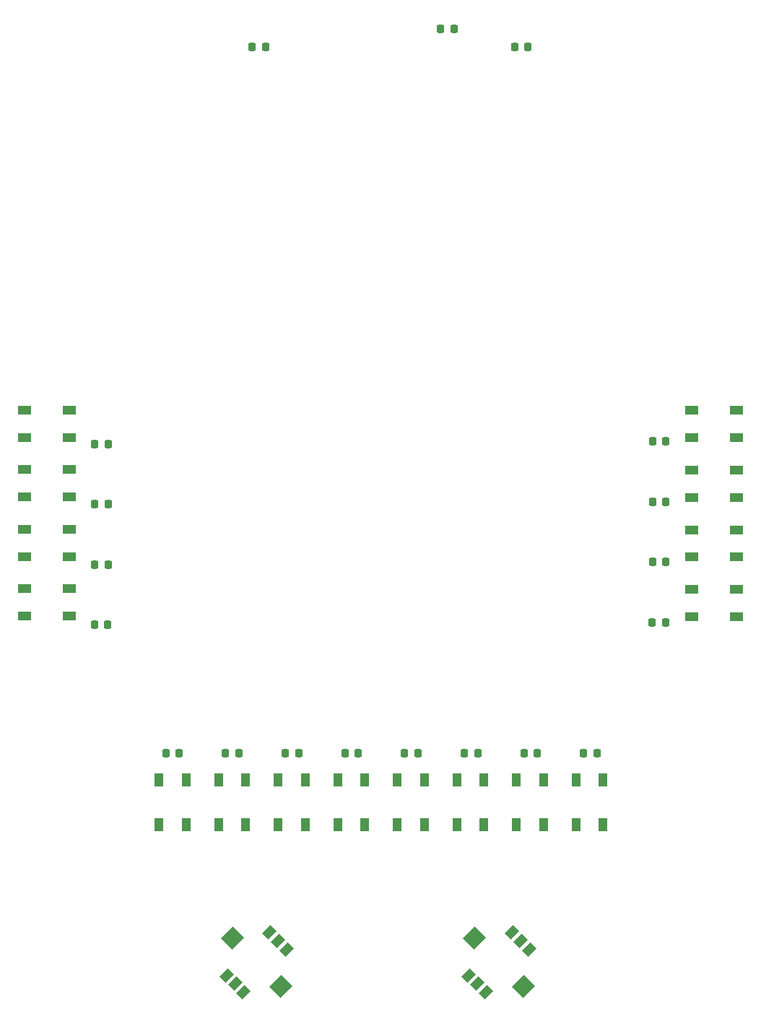
<source format=gtp>
G04 #@! TF.GenerationSoftware,KiCad,Pcbnew,(6.0.5)*
G04 #@! TF.CreationDate,2022-09-11T23:28:05-06:00*
G04 #@! TF.ProjectId,purplewizard,70757270-6c65-4776-997a-6172642e6b69,1.1*
G04 #@! TF.SameCoordinates,Original*
G04 #@! TF.FileFunction,Paste,Top*
G04 #@! TF.FilePolarity,Positive*
%FSLAX46Y46*%
G04 Gerber Fmt 4.6, Leading zero omitted, Abs format (unit mm)*
G04 Created by KiCad (PCBNEW (6.0.5)) date 2022-09-11 23:28:05*
%MOMM*%
%LPD*%
G01*
G04 APERTURE LIST*
G04 Aperture macros list*
%AMRoundRect*
0 Rectangle with rounded corners*
0 $1 Rounding radius*
0 $2 $3 $4 $5 $6 $7 $8 $9 X,Y pos of 4 corners*
0 Add a 4 corners polygon primitive as box body*
4,1,4,$2,$3,$4,$5,$6,$7,$8,$9,$2,$3,0*
0 Add four circle primitives for the rounded corners*
1,1,$1+$1,$2,$3*
1,1,$1+$1,$4,$5*
1,1,$1+$1,$6,$7*
1,1,$1+$1,$8,$9*
0 Add four rect primitives between the rounded corners*
20,1,$1+$1,$2,$3,$4,$5,0*
20,1,$1+$1,$4,$5,$6,$7,0*
20,1,$1+$1,$6,$7,$8,$9,0*
20,1,$1+$1,$8,$9,$2,$3,0*%
%AMRotRect*
0 Rectangle, with rotation*
0 The origin of the aperture is its center*
0 $1 length*
0 $2 width*
0 $3 Rotation angle, in degrees counterclockwise*
0 Add horizontal line*
21,1,$1,$2,0,0,$3*%
G04 Aperture macros list end*
%ADD10RoundRect,0.218750X-0.218750X-0.256250X0.218750X-0.256250X0.218750X0.256250X-0.218750X0.256250X0*%
%ADD11RoundRect,0.218750X0.218750X0.256250X-0.218750X0.256250X-0.218750X-0.256250X0.218750X-0.256250X0*%
%ADD12R,1.550000X1.000000*%
%ADD13RotRect,2.000000X1.800000X45.000000*%
%ADD14RotRect,1.350000X1.000000X45.000000*%
%ADD15R,1.000000X1.550000*%
G04 APERTURE END LIST*
D10*
X116459100Y-95004466D03*
X114884100Y-95004466D03*
X116459100Y-102048732D03*
X114884100Y-102048732D03*
D11*
X180314500Y-101752400D03*
X181889500Y-101752400D03*
X137239728Y-124155200D03*
X138814728Y-124155200D03*
D10*
X134913100Y-41343600D03*
X133338100Y-41343600D03*
X116433700Y-109093000D03*
X114858700Y-109093000D03*
X165703100Y-41403600D03*
X164128100Y-41403600D03*
X116459100Y-87960200D03*
X114884100Y-87960200D03*
D11*
X130240214Y-124155200D03*
X131815214Y-124155200D03*
X165237784Y-124155200D03*
X166812784Y-124155200D03*
X151238756Y-124155200D03*
X152813756Y-124155200D03*
X123240700Y-124155200D03*
X124815700Y-124155200D03*
X180314500Y-94691200D03*
X181889500Y-94691200D03*
X158238270Y-124155200D03*
X159813270Y-124155200D03*
X180314500Y-87630000D03*
X181889500Y-87630000D03*
D10*
X157022900Y-39217600D03*
X155447900Y-39217600D03*
D12*
X111940600Y-101127340D03*
X111940600Y-97927340D03*
X106690600Y-97927340D03*
X106690600Y-101127340D03*
D13*
X165144382Y-151555382D03*
X159416818Y-145827818D03*
D14*
X165816134Y-147171320D03*
X163800880Y-145156066D03*
X164808507Y-146163693D03*
X160760320Y-152227134D03*
X158745066Y-150211880D03*
X159752693Y-151219507D03*
D15*
X146575942Y-127296000D03*
X143375942Y-127296000D03*
X143375942Y-132546000D03*
X146575942Y-132546000D03*
D12*
X190174320Y-87173400D03*
X190174320Y-83973400D03*
X184924320Y-83973400D03*
X184924320Y-87173400D03*
X190174320Y-94180646D03*
X190174320Y-90980646D03*
X184924320Y-90980646D03*
X184924320Y-94180646D03*
D13*
X136747182Y-151555382D03*
X131019618Y-145827818D03*
D14*
X137418934Y-147171320D03*
X135403680Y-145156066D03*
X136411307Y-146163693D03*
X132363120Y-152227134D03*
X130347866Y-150211880D03*
X131355493Y-151219507D03*
D15*
X174513040Y-127296000D03*
X171313040Y-127296000D03*
X171313040Y-132546000D03*
X174513040Y-132546000D03*
X167528764Y-127296000D03*
X164328764Y-127296000D03*
X164328764Y-132546000D03*
X167528764Y-132546000D03*
X160544490Y-127296000D03*
X157344490Y-127296000D03*
X157344490Y-132546000D03*
X160544490Y-132546000D03*
D12*
X111940600Y-108113600D03*
X111940600Y-104913600D03*
X106690600Y-104913600D03*
X106690600Y-108113600D03*
D15*
X132607394Y-127296000D03*
X129407394Y-127296000D03*
X129407394Y-132546000D03*
X132607394Y-132546000D03*
D12*
X190174320Y-101187892D03*
X190174320Y-97987892D03*
X184924320Y-97987892D03*
X184924320Y-101187892D03*
X190174320Y-108195140D03*
X190174320Y-104995140D03*
X184924320Y-104995140D03*
X184924320Y-108195140D03*
X111940600Y-94141080D03*
X111940600Y-90941080D03*
X106690600Y-90941080D03*
X106690600Y-94141080D03*
D15*
X153560216Y-127296000D03*
X150360216Y-127296000D03*
X150360216Y-132546000D03*
X153560216Y-132546000D03*
X125623120Y-127296000D03*
X122423120Y-127296000D03*
X122423120Y-132546000D03*
X125623120Y-132546000D03*
D12*
X111940600Y-87154820D03*
X111940600Y-83954820D03*
X106690600Y-83954820D03*
X106690600Y-87154820D03*
D15*
X139591668Y-127296000D03*
X136391668Y-127296000D03*
X136391668Y-132546000D03*
X139591668Y-132546000D03*
D11*
X144239242Y-124155200D03*
X145814242Y-124155200D03*
X180263700Y-108813600D03*
X181838700Y-108813600D03*
X172237300Y-124155200D03*
X173812300Y-124155200D03*
M02*

</source>
